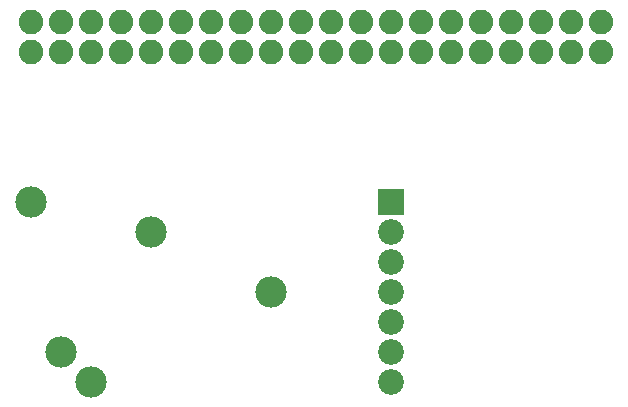
<source format=gbs>
G04 MADE WITH FRITZING*
G04 WWW.FRITZING.ORG*
G04 DOUBLE SIDED*
G04 HOLES PLATED*
G04 CONTOUR ON CENTER OF CONTOUR VECTOR*
%ASAXBY*%
%FSLAX23Y23*%
%MOIN*%
%OFA0B0*%
%SFA1.0B1.0*%
%ADD10C,0.086000*%
%ADD11C,0.081889*%
%ADD12C,0.081917*%
%ADD13C,0.104488*%
%ADD14R,0.086000X0.086000*%
%LNMASK0*%
G90*
G70*
G54D10*
X1343Y1265D03*
X1343Y1165D03*
X1343Y1065D03*
X1343Y965D03*
X1343Y865D03*
X1343Y765D03*
X1343Y665D03*
G54D11*
X143Y1765D03*
X243Y1765D03*
X343Y1765D03*
X443Y1765D03*
G54D12*
X543Y1765D03*
G54D11*
X643Y1765D03*
X743Y1765D03*
X843Y1765D03*
X943Y1765D03*
G54D12*
X1043Y1765D03*
G54D11*
X1143Y1765D03*
G54D12*
X1243Y1765D03*
G54D11*
X1343Y1765D03*
X1443Y1765D03*
X1543Y1765D03*
X1643Y1765D03*
G54D12*
X1743Y1765D03*
G54D11*
X1843Y1765D03*
X1943Y1765D03*
X2043Y1765D03*
X2043Y1865D03*
X1943Y1865D03*
X1843Y1865D03*
G54D12*
X1743Y1865D03*
G54D11*
X1643Y1865D03*
X1543Y1865D03*
X1443Y1865D03*
X1343Y1865D03*
G54D12*
X1243Y1865D03*
G54D11*
X1143Y1865D03*
G54D12*
X1043Y1865D03*
G54D11*
X943Y1865D03*
X843Y1865D03*
X743Y1865D03*
X643Y1865D03*
G54D12*
X543Y1865D03*
G54D11*
X443Y1865D03*
X343Y1865D03*
X243Y1865D03*
X143Y1865D03*
G54D13*
X143Y1265D03*
X543Y1165D03*
X243Y765D03*
X343Y665D03*
X943Y965D03*
G54D14*
X1343Y1265D03*
G04 End of Mask0*
M02*
</source>
